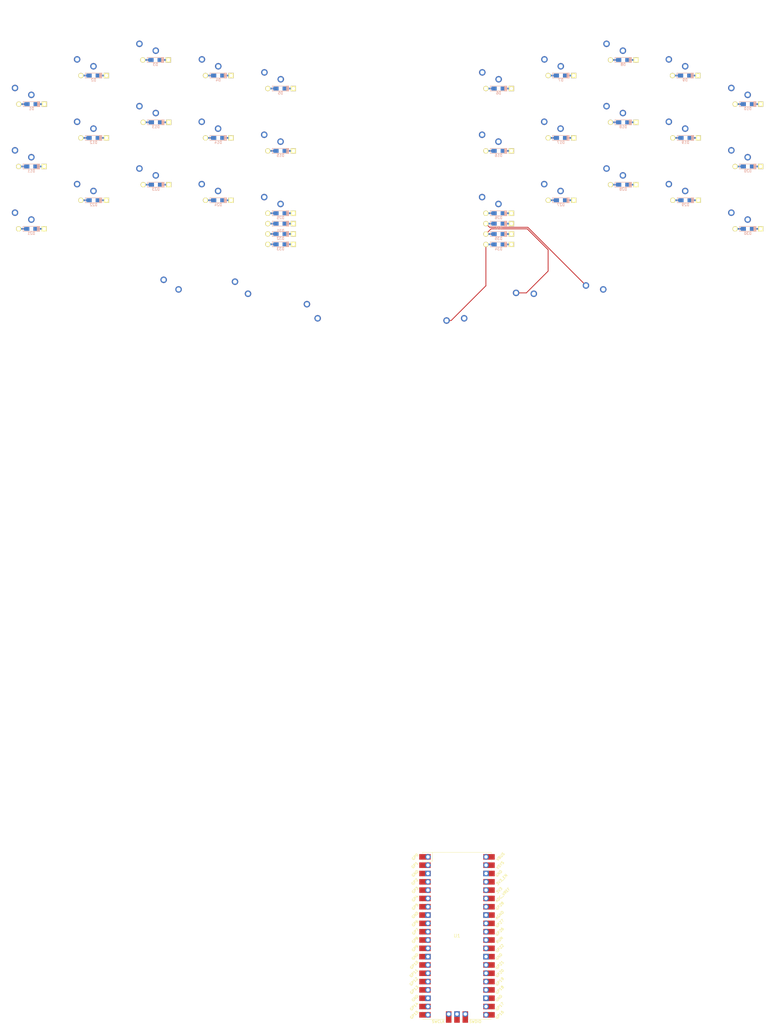
<source format=kicad_pcb>
(kicad_pcb (version 20211014) (generator pcbnew)
  (layers (0 "F.Cu" signal) (31 "B.Cu" signal) (34 "B.Paste" user) (35 "F.Paste" user) (36 "B.SilkS" user "B.Silkscreen") (37 "F.SilkS" user "F.Silkscreen") (38 "B.Mask" user) (39 "F.Mask" user) (44 "Edge.Cuts" user))
  (net 0 "")
  (net 1 "Net-(D1-Pad2)")
  (net 2 "Net-(D2-Pad2)")
  (net 3 "Net-(D3-Pad2)")
  (net 4 "Net-(D4-Pad2)")
  (net 5 "Net-(D5-Pad2)")
  (net 6 "Net-(D6-Pad2)")
  (net 7 "Net-(D7-Pad2)")
  (net 8 "Net-(D8-Pad2)")
  (net 9 "Net-(D9-Pad2)")
  (net 10 "Net-(D10-Pad2)")
  (net 11 "Net-(D11-Pad2)")
  (net 12 "Net-(D12-Pad2)")
  (net 13 "Net-(D13-Pad2)")
  (net 14 "Net-(D14-Pad2)")
  (net 15 "Net-(D15-Pad2)")
  (net 16 "Net-(D16-Pad2)")
  (net 17 "Net-(D17-Pad2)")
  (net 18 "Net-(D18-Pad2)")
  (net 19 "Net-(D19-Pad2)")
  (net 20 "Net-(D20-Pad2)")
  (net 21 "Net-(D21-Pad2)")
  (net 22 "Net-(D22-Pad2)")
  (net 23 "Net-(D23-Pad2)")
  (net 24 "Net-(D24-Pad2)")
  (net 25 "Net-(D25-Pad2)")
  (net 26 "Net-(D26-Pad2)")
  (net 27 "Net-(D27-Pad2)")
  (net 28 "Net-(D28-Pad2)")
  (net 29 "Net-(D29-Pad2)")
  (net 30 "Net-(D30-Pad2)")
  (net 31 "Net-(D31-Pad2)")
  (net 32 "Net-(D32-Pad2)")
  (net 33 "Net-(D33-Pad2)")
  (net 34 "Net-(D34-Pad2)")
  (net 35 "Net-(D35-Pad2)")
  (net 36 "Net-(D36-Pad2)")
  (net 80 "ROW0")
  (net 81 "ROW1")
  (net 82 "ROW2")
  (net 83 "ROW3")
  (net 84 "COL0")
  (net 85 "COL1")
  (net 86 "COL2")
  (net 87 "COL3")
  (net 88 "COL4")
  (net 89 "COL5")
  (net 90 "COL6")
  (net 91 "COL7")
  (net 92 "COL8")
  (net 93 "COL9")
  (footprint "Keebio-Parts:Kailh-PG1350-1u-NoLED" (layer "F.Cu") (at 96.78125 85.725)
    (fp_text reference "MX24")
    (fp_text value "MX-NoLED" hide)
  )
  (footprint "Keebio-Parts:Diode-Hybrid-Back" (layer "F.Cu") (at 39.6875 84.1375)
    (fp_text reference "D11")
    (fp_text value "D_Small" hide)
  )
  (footprint "Keebio-Parts:Diode-Hybrid-Back" (layer "F.Cu") (at 201.6125 56.35625)
    (fp_text reference "D7")
    (fp_text value "D_Small" hide)
  )
  (footprint "Keebio-Parts:Kailh-PG1350-1u-NoLED" (layer "F.Cu") (at 58.68125 47.625)
    (fp_text reference "MX2")
    (fp_text value "MX-NoLED" hide)
  )
  (footprint "Keebio-Parts:Diode-Hybrid-Back" (layer "F.Cu") (at 258.7625 84.1375)
    (fp_text reference "D20")
    (fp_text value "D_Small" hide)
  )
  (footprint "Keebio-Parts:Kailh-PG1350-1u-NoLED" (layer "F.Cu") (at 220.55 80.9625)
    (fp_text reference "MX28")
    (fp_text value "MX-NoLED" hide)
  )
  (footprint "Keebio-Parts:Diode-Hybrid-Back" (layer "F.Cu") (at 96.8375 56.35625)
    (fp_text reference "D4")
    (fp_text value "D_Small" hide)
  )
  (footprint "Keebio-Parts:Diode-Hybrid-Back" (layer "F.Cu") (at 115.8875 79.375)
    (fp_text reference "D15")
    (fp_text value "D_Small" hide)
  )
  (footprint "Keebio-Parts:Diode-Hybrid-Back" (layer "F.Cu") (at 115.8875 98.425)
    (fp_text reference "D25")
    (fp_text value "D_Small" hide)
  )
  (footprint "Keebio-Parts:Kailh-PG1350-1u-NoLED" (layer "F.Cu") (at 39.6875 75.40625)
    (fp_text reference "MX11")
    (fp_text value "MX-NoLED" hide)
  )
  (footprint "Keebio-Parts:Diode-Hybrid-Back" (layer "F.Cu") (at 201.6125 75.40625)
    (fp_text reference "D17")
    (fp_text value "D_Small" hide)
  )
  (footprint "Keebio-Parts:Diode-Hybrid-Back" (layer "F.Cu") (at 239.7125 75.40625)
    (fp_text reference "D19")
    (fp_text value "D_Small" hide)
  )
  (footprint "Keebio-Parts:Kailh-PG1350-1u-NoLED" (layer "F.Cu") (at 77.73125 42.8625)
    (fp_text reference "MX3")
    (fp_text value "MX-NoLED" hide)
  )
  (footprint "Keebio-Parts:Diode-Hybrid-Back" (layer "F.Cu") (at 96.8375 75.40625)
    (fp_text reference "D14")
    (fp_text value "D_Small" hide)
  )
  (footprint "Keebio-Parts:Diode-Hybrid-Back" (layer "F.Cu") (at 77.7875 89.69375)
    (fp_text reference "D23")
    (fp_text value "D_Small" hide)
  )
  (footprint "Keebio-Parts:Kailh-PG1350-1u-NoLED" (layer "F.Cu") (at 201.5 66.675)
    (fp_text reference "MX17")
    (fp_text value "MX-NoLED" hide)
  )
  (footprint "Keebio-Parts:Kailh-PG1350-1u-NoLED" (layer "F.Cu") (at 191.29375 117.475 20)
    (fp_text reference "MX35")
    (fp_text value "MX-NoLED" hide)
  )
  (footprint "Keebio-Parts:Diode-Hybrid-Back" (layer "F.Cu") (at 220.6625 70.64375)
    (fp_text reference "D18")
    (fp_text value "D_Small" hide)
  )
  (footprint "Keebio-Parts:Diode-Hybrid-Back" (layer "F.Cu") (at 58.7375 75.40625)
    (fp_text reference "D12")
    (fp_text value "D_Small" hide)
  )
  (footprint "Keebio-Parts:Kailh-PG1350-1u-NoLED" (layer "F.Cu") (at 39.6875 94.45625)
    (fp_text reference "MX21")
    (fp_text value "MX-NoLED" hide)
  )
  (footprint "Keebio-Parts:Diode-Hybrid-Back" (layer "F.Cu") (at 58.7375 94.45625)
    (fp_text reference "D22")
    (fp_text value "D_Small" hide)
  )
  (footprint "Keebio-Parts:Diode-Hybrid-Back" (layer "F.Cu") (at 96.8375 94.45625)
    (fp_text reference "D24")
    (fp_text value "D_Small" hide)
  )
  (footprint "Keebio-Parts:Diode-Hybrid-Back" (layer "F.Cu") (at 77.66875 51.59375)
    (fp_text reference "D3")
    (fp_text value "D_Small" hide)
  )
  (footprint "Keebio-Parts:Diode-Hybrid-Back" (layer "F.Cu") (at 39.6875 103.1875)
    (fp_text reference "D21")
    (fp_text value "D_Small" hide)
  )
  (footprint "Keebio-Parts:Kailh-PG1350-1u-NoLED" (layer "F.Cu") (at 239.6 47.625)
    (fp_text reference "MX9")
    (fp_text value "MX-NoLED" hide)
  )
  (footprint "Keebio-Parts:Kailh-PG1350-1u-NoLED" (layer "F.Cu") (at 58.68125 85.725)
    (fp_text reference "MX22")
    (fp_text value "MX-NoLED" hide)
  )
  (footprint "Keebio-Parts:Kailh-PG1350-1u-NoLED" (layer "F.Cu") (at 39.6875 56.35625)
    (fp_text reference "MX1")
    (fp_text value "MX-NoLED" hide)
  )
  (footprint "Keebio-Parts:Kailh-PG1350-1u-NoLED" (layer "F.Cu") (at 182.50625 89.69375)
    (fp_text reference "MX26")
    (fp_text value "MX-NoLED" hide)
  )
  (footprint "Keebio-Parts:Kailh-PG1350-1u-NoLED" (layer "F.Cu") (at 130.175 125.4125 -30)
    (fp_text reference "MX33")
    (fp_text value "MX-NoLED" hide)
  )
  (footprint "Keebio-Parts:Kailh-PG1350-1u-NoLED" (layer "F.Cu") (at 115.94375 51.59375)
    (fp_text reference "MX5")
    (fp_text value "MX-NoLED" hide)
  )
  (footprint "Keebio-Parts:Diode-Hybrid-Back" (layer "F.Cu") (at 182.5625 60.325)
    (fp_text reference "D6")
    (fp_text value "D_Small" hide)
  )
  (footprint "Keebio-Parts:Diode-Hybrid-Back" (layer "F.Cu") (at 39.75625 65.0875)
    (fp_text reference "D1")
    (fp_text value "D_Small" hide)
  )
  (footprint "Keebio-Parts:Kailh-PG1350-1u-NoLED" (layer "F.Cu") (at 258.70625 94.45625)
    (fp_text reference "MX30")
    (fp_text value "MX-NoLED" hide)
  )
  (footprint "Keebio-Parts:Kailh-PG1350-1u-NoLED" (layer "F.Cu") (at 258.70625 56.35625)
    (fp_text reference "MX10")
    (fp_text value "MX-NoLED" hide)
  )
  (footprint "Keebio-Parts:Kailh-PG1350-1u-NoLED" (layer "F.Cu") (at 182.5625 51.59375)
    (fp_text reference "MX6")
    (fp_text value "MX-NoLED" hide)
  )
  (footprint "Keebio-Parts:Kailh-PG1350-1u-NoLED" (layer "F.Cu") (at 96.78125 66.675)
    (fp_text reference "MX14")
    (fp_text value "MX-NoLED" hide)
  )
  (footprint "Keebio-Parts:Diode-Hybrid-Back" (layer "F.Cu") (at 182.5625 101.6)
    (fp_text reference "D36")
    (fp_text value "D_Small" hide)
  )
  (footprint "Keebio-Parts:Kailh-PG1350-1u-NoLED" (layer "F.Cu") (at 182.50625 70.64375)
    (fp_text reference "MX16")
    (fp_text value "MX-NoLED" hide)
  )
  (footprint "Keebio-Parts:Kailh-PG1350-1u-NoLED" (layer "F.Cu") (at 77.73125 80.9625)
    (fp_text reference "MX23")
    (fp_text value "MX-NoLED" hide)
  )
  (footprint "Keebio-Parts:Kailh-PG1350-1u-NoLED" (layer "F.Cu") (at 77.73125 61.9125)
    (fp_text reference "MX13")
    (fp_text value "MX-NoLED" hide)
  )
  (footprint "Keebio-Parts:Kailh-PG1350-1u-NoLED" (layer "F.Cu") (at 239.6 66.675)
    (fp_text reference "MX19")
    (fp_text value "MX-NoLED" hide)
  )
  (footprint "Keebio-Parts:Kailh-PG1350-1u-NoLED" (layer "F.Cu") (at 107.95 117.475 -20)
    (fp_text reference "MX32")
    (fp_text value "MX-NoLED" hide)
  )
  (footprint "MCU_RaspberryPi_and_Boards:RPi_Pico_SMD_TH" (layer "F.Cu") (at 169.825 319.187)
    (fp_text reference "U1")
    (fp_text value "Pico")
  )
  (footprint "Keebio-Parts:Diode-Hybrid-Back" (layer "F.Cu") (at 182.5625 107.95)
    (fp_text reference "D34")
    (fp_text value "D_Small" hide)
  )
  (footprint "Keebio-Parts:Diode-Hybrid-Back" (layer "F.Cu") (at 182.5625 98.425)
    (fp_text reference "D26")
    (fp_text value "D_Small" hide)
  )
  (footprint "Keebio-Parts:Kailh-PG1350-1u-NoLED" (layer "F.Cu") (at 169.06875 125.4125 30)
    (fp_text reference "MX34")
    (fp_text value "MX-NoLED" hide)
  )
  (footprint "Keebio-Parts:Kailh-PG1350-1u-NoLED" (layer "F.Cu") (at 115.8875 70.64375)
    (fp_text reference "MX15")
    (fp_text value "MX-NoLED" hide)
  )
  (footprint "Keebio-Parts:Kailh-PG1350-1u-NoLED" (layer "F.Cu") (at 201.55625 47.625)
    (fp_text reference "MX7")
    (fp_text value "MX-NoLED" hide)
  )
  (footprint "Keebio-Parts:Kailh-PG1350-1u-NoLED" (layer "F.Cu") (at 115.8875 89.69375)
    (fp_text reference "MX25")
    (fp_text value "MX-NoLED" hide)
  )
  (footprint "Keebio-Parts:Diode-Hybrid-Back" (layer "F.Cu") (at 201.6125 94.45625)
    (fp_text reference "D27")
    (fp_text value "D_Small" hide)
  )
  (footprint "Keebio-Parts:Diode-Hybrid-Back" (layer "F.Cu") (at 239.7125 94.45625)
    (fp_text reference "D29")
    (fp_text value "D_Small" hide)
  )
  (footprint "Keebio-Parts:Diode-Hybrid-Back" (layer "F.Cu") (at 58.7375 56.35625)
    (fp_text reference "D2")
    (fp_text value "D_Small" hide)
  )
  (footprint "Keebio-Parts:Diode-Hybrid-Back" (layer "F.Cu") (at 115.8875 107.91825)
    (fp_text reference "D33")
    (fp_text value "D_Small" hide)
  )
  (footprint "Keebio-Parts:Kailh-PG1350-1u-NoLED" (layer "F.Cu") (at 258.70625 75.40625)
    (fp_text reference "MX20")
    (fp_text value "MX-NoLED" hide)
  )
  (footprint "Keebio-Parts:Kailh-PG1350-1u-NoLED" (layer "F.Cu") (at 96.8375 47.625)
    (fp_text reference "MX4")
    (fp_text value "MX-NoLED" hide)
  )
  (footprint "Keebio-Parts:Diode-Hybrid-Back" (layer "F.Cu") (at 239.59375 56.35625)
    (fp_text reference "D9")
    (fp_text value "D_Small" hide)
  )
  (footprint "Keebio-Parts:Kailh-PG1350-1u-NoLED" (layer "F.Cu") (at 201.5 85.725)
    (fp_text reference "MX27")
    (fp_text value "MX-NoLED" hide)
  )
  (footprint "Keebio-Parts:Kailh-PG1350-1u-NoLED" (layer "F.Cu") (at 213.51875 115.8875 10)
    (fp_text reference "MX36")
    (fp_text value "MX-NoLED" hide)
  )
  (footprint "Keebio-Parts:Diode-Hybrid-Back" (layer "F.Cu") (at 182.5625 79.375)
    (fp_text reference "D16")
    (fp_text value "D_Small" hide)
  )
  (footprint "Keebio-Parts:Diode-Hybrid-Back" (layer "F.Cu") (at 220.6625 89.69375)
    (fp_text reference "D28")
    (fp_text value "D_Small" hide)
  )
  (footprint "Keebio-Parts:Diode-Hybrid-Back" (layer "F.Cu") (at 258.7625 103.1875)
    (fp_text reference "D30")
    (fp_text value "D_Small" hide)
  )
  (footprint "Keebio-Parts:Diode-Hybrid-Back" (layer "F.Cu") (at 258.7625 65.0875)
    (fp_text reference "D10")
    (fp_text value "D_Small" hide)
  )
  (footprint "Keebio-Parts:Kailh-PG1350-1u-NoLED" (layer "F.Cu") (at 220.55 42.8625)
    (fp_text reference "MX8")
    (fp_text value "MX-NoLED" hide)
  )
  (footprint "Keebio-Parts:Diode-Hybrid-Back" (layer "F.Cu") (at 220.6625 51.59375)
    (fp_text reference "D8")
    (fp_text value "D_Small" hide)
  )
  (footprint "Keebio-Parts:Kailh-PG1350-1u-NoLED" (layer "F.Cu") (at 239.6 85.725)
    (fp_text reference "MX29")
    (fp_text value "MX-NoLED" hide)
  )
  (footprint "Keebio-Parts:Diode-Hybrid-Back" (layer "F.Cu") (at 115.8875 104.74325)
    (fp_text reference "D32")
    (fp_text value "D_Small" hide)
  )
  (footprint "Keebio-Parts:Diode-Hybrid-Back" (layer "F.Cu") (at 77.7875 70.64375)
    (fp_text reference "D13")
    (fp_text value "D_Small" hide)
  )
  (footprint "Keebio-Parts:Diode-Hybrid-Back" (layer "F.Cu") (at 182.5625 104.775)
    (fp_text reference "D35")
    (fp_text value "D_Small" hide)
  )
  (footprint "Keebio-Parts:Diode-Hybrid-Back" (layer "F.Cu") (at 115.8875 101.6)
    (fp_text reference "D31")
    (fp_text value "D_Small" hide)
  )
  (footprint "Keebio-Parts:Diode-Hybrid-Back" (layer "F.Cu") (at 115.8875 60.325)
    (fp_text reference "D5")
    (fp_text value "D_Small" hide)
  )
  (footprint "Keebio-Parts:Kailh-PG1350-1u-NoLED" (layer "F.Cu") (at 58.68125 66.675)
    (fp_text reference "MX12")
    (fp_text value "MX-NoLED" hide)
  )
  (footprint "Keebio-Parts:Kailh-PG1350-1u-NoLED" (layer "F.Cu") (at 220.55 61.9125)
    (fp_text reference "MX18")
    (fp_text value "MX-NoLED" hide)
  )
  (footprint "Keebio-Parts:Kailh-PG1350-1u-NoLED" (layer "F.Cu") (at 85.725 115.8875 -10)
    (fp_text reference "MX31")
    (fp_text value "MX-NoLED" hide)
  )
  (segment (start 178.6625 120.58125) (end 168.040353 131.203397) (width 0.25) (layer "F.Cu") (net 34))
  (segment (start 168.040353 131.203397) (end 166.638623 131.203397) (width 0.25) (layer "F.Cu") (net 34))
  (segment (start 178.6625 107.95) (end 178.6625 120.58125) (width 0.25) (layer "F.Cu") (net 34))
  (segment (start 197.68658 109.58033) (end 197.68658 116.101103) (width 0.25) (layer "F.Cu") (net 35))
  (segment (start 180.25 103.1875) (end 191.29375 103.1875) (width 0.25) (layer "F.Cu") (net 35))
  (segment (start 178.6625 104.775) (end 180.25 103.1875) (width 0.25) (layer "F.Cu") (net 35))
  (segment (start 191.29375 103.1875) (end 197.68658 109.58033) (width 0.25) (layer "F.Cu") (net 35))
  (segment (start 197.68658 116.101103) (end 191.03175 122.755933) (width 0.25) (layer "F.Cu") (net 35))
  (segment (start 191.03175 122.755933) (end 187.894963 122.755933) (width 0.25) (layer "F.Cu") (net 35))
  (segment (start 191.481075 102.724511) (end 209.254574 120.49801) (width 0.25) (layer "F.Cu") (net 36))
  (segment (start 179.787011 102.724511) (end 191.481075 102.724511) (width 0.25) (layer "F.Cu") (net 36))
  (segment (start 178.6625 101.6) (end 179.787011 102.724511) (width 0.25) (layer "F.Cu") (net 36))
)
</source>
